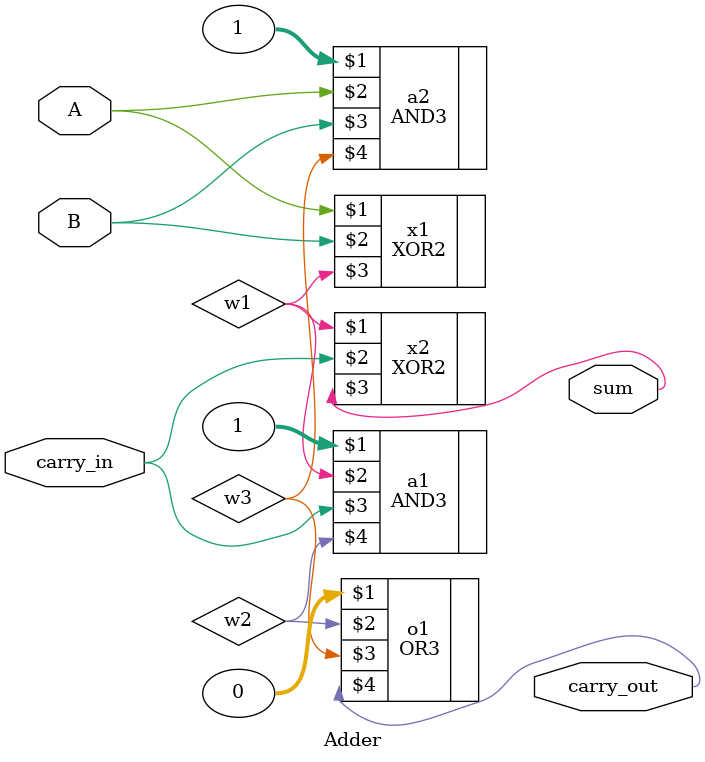
<source format=v>
module Adder (
    input A, B, carry_in,

    output sum, carry_out
);
    wire w1, w2, w3;

    XOR2 x1(A, B, w1);
    XOR2 x2(w1, carry_in, sum);
    AND3 a1(1, w1, carry_in, w2);
    AND3 a2(1, A, B, w3);
    OR3 o1(0, w2, w3, carry_out);
    
endmodule
</source>
